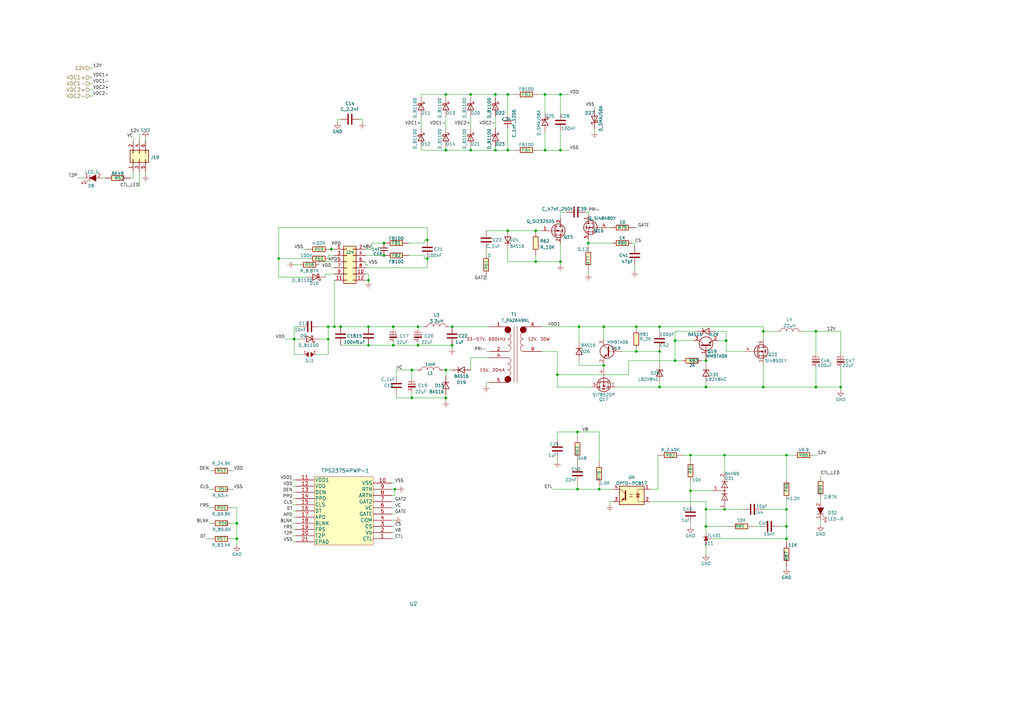
<source format=kicad_sch>
(kicad_sch (version 20211123) (generator eeschema)
  (paper "A3")
  (junction (at 229.87 61.595))
  (junction (at 229.87 107.315))
  (junction (at 236.855 177.165))
  (junction (at 322.58 220.98))
  (junction (at 229.87 38.735))
  (junction (at 260.985 144.145))
  (junction (at 193.04 38.735))
  (junction (at 260.985 133.985))
  (junction (at 322.58 186.69))
  (junction (at 97.155 220.98))
  (junction (at 297.18 208.915))
  (junction (at 193.04 61.595))
  (junction (at 157.48 99.695))
  (junction (at 334.645 135.89))
  (junction (at 120.65 139.065))
  (junction (at 247.65 149.86))
  (junction (at 203.2 38.735))
  (junction (at 161.925 200.66))
  (junction (at 270.51 133.985))
  (junction (at 270.51 144.145))
  (junction (at 182.88 61.595))
  (junction (at 137.16 133.985))
  (junction (at 322.58 208.915))
  (junction (at 157.48 104.775))
  (junction (at 245.745 200.66))
  (junction (at 151.13 141.605))
  (junction (at 161.29 133.985))
  (junction (at 297.815 139.7))
  (junction (at 289.56 215.9))
  (junction (at 241.3 99.695))
  (junction (at 168.91 151.765))
  (junction (at 219.71 107.315))
  (junction (at 182.88 151.765))
  (junction (at 182.88 163.195))
  (junction (at 276.86 147.955))
  (junction (at 134.62 139.065))
  (junction (at 168.91 163.195))
  (junction (at 289.56 147.955))
  (junction (at 289.56 158.75))
  (junction (at 223.52 38.735))
  (junction (at 182.88 38.735))
  (junction (at 322.58 215.9))
  (junction (at 185.42 133.985))
  (junction (at 208.28 94.615))
  (junction (at 151.13 133.985))
  (junction (at 161.29 141.605))
  (junction (at 313.055 135.89))
  (junction (at 276.86 139.7))
  (junction (at 344.805 158.75))
  (junction (at 134.62 133.985))
  (junction (at 185.42 141.605))
  (junction (at 114.3 106.045))
  (junction (at 236.855 200.66))
  (junction (at 283.21 201.295))
  (junction (at 334.645 158.75))
  (junction (at 171.45 141.605))
  (junction (at 283.21 186.69))
  (junction (at 175.26 98.425))
  (junction (at 228.6 153.67))
  (junction (at 223.52 61.595))
  (junction (at 270.51 158.75))
  (junction (at 151.13 114.935))
  (junction (at 97.155 214.63))
  (junction (at 313.055 158.75))
  (junction (at 219.71 94.615))
  (junction (at 247.65 133.985))
  (junction (at 171.45 133.985))
  (junction (at 175.26 106.045))
  (junction (at 139.7 133.985))
  (junction (at 237.49 133.985))
  (junction (at 208.28 38.735))
  (junction (at 135.89 102.235))
  (junction (at 289.56 208.915))
  (junction (at 203.2 61.595))
  (junction (at 297.18 186.69))
  (junction (at 208.28 61.595))
  (wire (pts (xy 149.86 102.235) (xy 152.4 102.235)))
  (wire (pts (xy 138.43 50.165) (xy 138.43 48.895)))
  (wire (pts (xy 149.86 109.855) (xy 175.26 109.855)))
  (wire (pts (xy 297.815 139.7) (xy 294.64 139.7)))
  (wire (pts (xy 245.745 177.165) (xy 236.855 177.165)))
  (wire (pts (xy 38.1 39.37) (xy 36.83 39.37)))
  (wire (pts (xy 297.18 186.69) (xy 322.58 186.69)))
  (wire (pts (xy 251.46 99.695) (xy 241.3 99.695)))
  (wire (pts (xy 185.42 141.605) (xy 185.42 142.875)))
  (wire (pts (xy 172.72 47.625) (xy 172.72 52.705)))
  (wire (pts (xy 120.65 139.065) (xy 120.65 145.415)))
  (wire (pts (xy 149.86 104.775) (xy 157.48 104.775)))
  (wire (pts (xy 228.6 180.34) (xy 228.6 177.165)))
  (wire (pts (xy 149.86 108.585) (xy 151.13 108.585)))
  (wire (pts (xy 54.61 73.025) (xy 53.34 73.025)))
  (wire (pts (xy 223.52 61.595) (xy 229.87 61.595)))
  (wire (pts (xy 245.745 189.23) (xy 245.745 177.165)))
  (wire (pts (xy 184.15 133.985) (xy 185.42 133.985)))
  (wire (pts (xy 292.1 220.98) (xy 322.58 220.98)))
  (wire (pts (xy 229.87 53.975) (xy 229.87 61.595)))
  (wire (pts (xy 208.28 52.705) (xy 208.28 61.595)))
  (wire (pts (xy 97.155 214.63) (xy 97.155 220.98)))
  (wire (pts (xy 260.35 99.695) (xy 259.08 99.695)))
  (wire (pts (xy 289.56 156.845) (xy 289.56 158.75)))
  (wire (pts (xy 229.87 89.535) (xy 229.87 86.995)))
  (wire (pts (xy 223.52 38.735) (xy 229.87 38.735)))
  (wire (pts (xy 86.995 193.04) (xy 85.725 193.04)))
  (wire (pts (xy 344.805 150.495) (xy 344.805 158.75)))
  (wire (pts (xy 172.72 38.735) (xy 182.88 38.735)))
  (wire (pts (xy 135.89 102.235) (xy 137.16 102.235)))
  (wire (pts (xy 135.89 100.965) (xy 135.89 102.235)))
  (wire (pts (xy 160.655 213.36) (xy 161.925 213.36)))
  (wire (pts (xy 152.4 99.695) (xy 152.4 102.235)))
  (wire (pts (xy 257.81 147.955) (xy 257.81 153.67)))
  (wire (pts (xy 114.3 106.045) (xy 127 106.045)))
  (wire (pts (xy 133.35 113.665) (xy 133.35 112.395)))
  (wire (pts (xy 175.26 109.855) (xy 175.26 106.045)))
  (wire (pts (xy 305.435 144.145) (xy 297.815 144.145)))
  (wire (pts (xy 57.15 70.485) (xy 57.15 76.835)))
  (wire (pts (xy 57.15 54.61) (xy 57.15 57.785)))
  (wire (pts (xy 203.2 47.625) (xy 203.2 52.705)))
  (wire (pts (xy 247.65 149.86) (xy 247.65 151.13)))
  (wire (pts (xy 38.1 31.75) (xy 36.83 31.75)))
  (wire (pts (xy 344.805 145.415) (xy 344.805 135.89)))
  (wire (pts (xy 313.055 135.89) (xy 318.77 135.89)))
  (wire (pts (xy 222.25 133.985) (xy 237.49 133.985)))
  (wire (pts (xy 149.86 107.315) (xy 149.86 108.585)))
  (wire (pts (xy 247.65 133.985) (xy 260.985 133.985)))
  (wire (pts (xy 162.56 161.925) (xy 162.56 163.195)))
  (wire (pts (xy 114.3 106.045) (xy 114.3 93.345)))
  (wire (pts (xy 229.87 61.595) (xy 233.68 61.595)))
  (wire (pts (xy 270.51 133.985) (xy 313.055 133.985)))
  (wire (pts (xy 129.54 145.415) (xy 134.62 145.415)))
  (wire (pts (xy 54.61 56.515) (xy 54.61 57.785)))
  (wire (pts (xy 171.45 140.335) (xy 171.45 141.605)))
  (wire (pts (xy 151.13 112.395) (xy 151.13 114.935)))
  (wire (pts (xy 193.04 60.325) (xy 193.04 61.595)))
  (wire (pts (xy 161.925 198.12) (xy 160.655 198.12)))
  (wire (pts (xy 252.73 158.75) (xy 270.51 158.75)))
  (wire (pts (xy 250.19 93.345) (xy 248.92 93.345)))
  (wire (pts (xy 289.56 205.74) (xy 289.56 208.915)))
  (wire (pts (xy 243.84 52.705) (xy 243.84 53.975)))
  (wire (pts (xy 182.88 151.765) (xy 185.42 151.765)))
  (wire (pts (xy 270.51 144.145) (xy 270.51 149.225)))
  (wire (pts (xy 43.18 73.025) (xy 41.91 73.025)))
  (wire (pts (xy 130.81 139.065) (xy 134.62 139.065)))
  (wire (pts (xy 121.285 196.85) (xy 120.015 196.85)))
  (wire (pts (xy 120.65 133.985) (xy 123.19 133.985)))
  (wire (pts (xy 134.62 133.985) (xy 137.16 133.985)))
  (wire (pts (xy 162.56 163.195) (xy 168.91 163.195)))
  (wire (pts (xy 161.29 141.605) (xy 151.13 141.605)))
  (wire (pts (xy 38.1 36.83) (xy 36.83 36.83)))
  (wire (pts (xy 130.81 133.985) (xy 134.62 133.985)))
  (wire (pts (xy 85.725 200.66) (xy 86.995 200.66)))
  (wire (pts (xy 289.56 218.44) (xy 289.56 215.9)))
  (wire (pts (xy 260.985 133.985) (xy 270.51 133.985)))
  (wire (pts (xy 171.45 133.985) (xy 173.99 133.985)))
  (wire (pts (xy 161.925 218.44) (xy 160.655 218.44)))
  (wire (pts (xy 219.71 94.615) (xy 222.25 94.615)))
  (wire (pts (xy 336.55 194.945) (xy 336.55 196.215)))
  (wire (pts (xy 270.51 135.89) (xy 270.51 133.985)))
  (wire (pts (xy 151.13 114.935) (xy 151.13 115.57)))
  (wire (pts (xy 336.55 213.36) (xy 336.55 215.265)))
  (wire (pts (xy 283.21 198.12) (xy 283.21 201.295)))
  (wire (pts (xy 210.82 38.735) (xy 208.28 38.735)))
  (wire (pts (xy 134.62 106.045) (xy 134.62 104.775)))
  (wire (pts (xy 160.655 200.66) (xy 161.925 200.66)))
  (wire (pts (xy 123.19 139.065) (xy 120.65 139.065)))
  (wire (pts (xy 287.655 147.955) (xy 289.56 147.955)))
  (wire (pts (xy 161.925 205.74) (xy 160.655 205.74)))
  (wire (pts (xy 172.72 61.595) (xy 182.88 61.595)))
  (wire (pts (xy 168.91 151.765) (xy 168.91 155.575)))
  (wire (pts (xy 54.61 70.485) (xy 54.61 73.025)))
  (wire (pts (xy 199.39 156.845) (xy 200.66 156.845)))
  (wire (pts (xy 59.69 70.485) (xy 59.69 71.755)))
  (wire (pts (xy 199.39 113.665) (xy 199.39 114.935)))
  (wire (pts (xy 241.3 86.995) (xy 241.3 88.265)))
  (wire (pts (xy 210.82 61.595) (xy 208.28 61.595)))
  (wire (pts (xy 255.27 144.145) (xy 260.985 144.145)))
  (wire (pts (xy 124.46 102.235) (xy 125.73 102.235)))
  (wire (pts (xy 147.32 48.895) (xy 148.59 48.895)))
  (wire (pts (xy 162.56 154.305) (xy 162.56 151.765)))
  (wire (pts (xy 161.925 203.2) (xy 161.925 200.66)))
  (wire (pts (xy 121.285 222.25) (xy 120.015 222.25)))
  (wire (pts (xy 344.805 135.89) (xy 334.645 135.89)))
  (wire (pts (xy 161.29 133.985) (xy 151.13 133.985)))
  (wire (pts (xy 121.285 201.93) (xy 120.015 201.93)))
  (wire (pts (xy 229.87 38.735) (xy 229.87 46.355)))
  (wire (pts (xy 173.99 106.045) (xy 175.26 106.045)))
  (wire (pts (xy 173.99 99.695) (xy 173.99 98.425)))
  (wire (pts (xy 220.98 61.595) (xy 223.52 61.595)))
  (wire (pts (xy 260.35 100.965) (xy 260.35 99.695)))
  (wire (pts (xy 199.39 102.235) (xy 199.39 103.505)))
  (wire (pts (xy 297.815 135.89) (xy 297.815 139.7)))
  (wire (pts (xy 219.71 107.315) (xy 219.71 104.775)))
  (wire (pts (xy 94.615 214.63) (xy 97.155 214.63)))
  (wire (pts (xy 133.35 112.395) (xy 137.16 112.395)))
  (wire (pts (xy 297.18 186.69) (xy 283.21 186.69)))
  (wire (pts (xy 236.855 198.12) (xy 236.855 200.66)))
  (wire (pts (xy 173.99 98.425) (xy 175.26 98.425)))
  (wire (pts (xy 137.16 114.935) (xy 137.16 133.985)))
  (wire (pts (xy 120.015 199.39) (xy 121.285 199.39)))
  (wire (pts (xy 260.985 144.145) (xy 260.985 142.875)))
  (wire (pts (xy 120.015 204.47) (xy 121.285 204.47)))
  (wire (pts (xy 38.1 27.94) (xy 36.83 27.94)))
  (wire (pts (xy 334.645 158.75) (xy 344.805 158.75)))
  (wire (pts (xy 236.855 200.66) (xy 245.745 200.66)))
  (wire (pts (xy 120.015 209.55) (xy 121.285 209.55)))
  (wire (pts (xy 114.3 113.665) (xy 114.3 106.045)))
  (wire (pts (xy 313.055 133.985) (xy 313.055 135.89)))
  (wire (pts (xy 134.62 139.065) (xy 134.62 145.415)))
  (wire (pts (xy 228.6 153.67) (xy 257.81 153.67)))
  (wire (pts (xy 261.62 93.345) (xy 260.35 93.345)))
  (wire (pts (xy 116.84 139.065) (xy 120.65 139.065)))
  (wire (pts (xy 241.3 111.125) (xy 241.3 112.395)))
  (wire (pts (xy 161.925 210.82) (xy 160.655 210.82)))
  (wire (pts (xy 228.6 153.67) (xy 228.6 158.75)))
  (wire (pts (xy 97.155 220.98) (xy 97.155 223.52)))
  (wire (pts (xy 222.25 144.145) (xy 228.6 144.145)))
  (wire (pts (xy 114.3 93.345) (xy 175.26 93.345)))
  (wire (pts (xy 260.985 135.255) (xy 260.985 133.985)))
  (wire (pts (xy 285.75 135.89) (xy 276.86 135.89)))
  (wire (pts (xy 193.04 38.735) (xy 182.88 38.735)))
  (wire (pts (xy 322.58 204.47) (xy 322.58 208.915)))
  (wire (pts (xy 247.65 149.225) (xy 247.65 149.86)))
  (wire (pts (xy 297.815 144.145) (xy 297.815 139.7)))
  (wire (pts (xy 171.45 141.605) (xy 161.29 141.605)))
  (wire (pts (xy 229.87 107.315) (xy 229.87 108.585)))
  (wire (pts (xy 297.18 208.915) (xy 304.8 208.915)))
  (wire (pts (xy 160.655 203.2) (xy 161.925 203.2)))
  (wire (pts (xy 309.245 215.9) (xy 311.785 215.9)))
  (wire (pts (xy 208.28 61.595) (xy 203.2 61.595)))
  (wire (pts (xy 313.055 158.75) (xy 334.645 158.75)))
  (wire (pts (xy 260.985 144.145) (xy 270.51 144.145)))
  (wire (pts (xy 208.28 94.615) (xy 219.71 94.615)))
  (wire (pts (xy 38.1 34.29) (xy 36.83 34.29)))
  (wire (pts (xy 121.285 217.17) (xy 120.015 217.17)))
  (wire (pts (xy 137.16 133.985) (xy 139.7 133.985)))
  (wire (pts (xy 228.6 158.75) (xy 242.57 158.75)))
  (wire (pts (xy 297.18 193.675) (xy 297.18 186.69)))
  (wire (pts (xy 241.3 98.425) (xy 241.3 99.695)))
  (wire (pts (xy 130.81 108.585) (xy 130.81 107.315)))
  (wire (pts (xy 280.035 147.955) (xy 276.86 147.955)))
  (wire (pts (xy 243.84 43.815) (xy 243.84 45.085)))
  (wire (pts (xy 203.2 60.325) (xy 203.2 61.595)))
  (wire (pts (xy 289.56 208.915) (xy 297.18 208.915)))
  (wire (pts (xy 322.58 215.9) (xy 322.58 220.98)))
  (wire (pts (xy 130.81 107.315) (xy 137.16 107.315)))
  (wire (pts (xy 173.99 104.775) (xy 173.99 106.045)))
  (wire (pts (xy 229.87 99.695) (xy 229.87 107.315)))
  (wire (pts (xy 245.745 199.39) (xy 245.745 200.66)))
  (wire (pts (xy 289.56 215.9) (xy 289.56 208.915)))
  (wire (pts (xy 168.91 163.195) (xy 182.88 163.195)))
  (wire (pts (xy 167.64 99.695) (xy 173.99 99.695)))
  (wire (pts (xy 322.58 220.98) (xy 322.58 222.25)))
  (wire (pts (xy 193.04 151.765) (xy 193.04 146.685)))
  (wire (pts (xy 182.88 161.925) (xy 182.88 163.195)))
  (wire (pts (xy 139.7 133.985) (xy 151.13 133.985)))
  (wire (pts (xy 260.35 108.585) (xy 260.35 111.125)))
  (wire (pts (xy 333.375 186.69) (xy 335.28 186.69)))
  (wire (pts (xy 241.3 99.695) (xy 241.3 100.965)))
  (wire (pts (xy 313.055 158.75) (xy 289.56 158.75)))
  (wire (pts (xy 182.88 61.595) (xy 182.88 60.325)))
  (wire (pts (xy 229.87 86.995) (xy 232.41 86.995)))
  (wire (pts (xy 182.88 38.735) (xy 182.88 40.005)))
  (wire (pts (xy 276.86 147.955) (xy 257.81 147.955)))
  (wire (pts (xy 171.45 135.255) (xy 171.45 133.985)))
  (wire (pts (xy 344.805 158.75) (xy 344.805 160.02)))
  (wire (pts (xy 283.21 201.295) (xy 283.21 207.01)))
  (wire (pts (xy 208.28 107.315) (xy 219.71 107.315)))
  (wire (pts (xy 193.04 47.625) (xy 193.04 52.705)))
  (wire (pts (xy 120.65 139.065) (xy 120.65 133.985)))
  (wire (pts (xy 152.4 99.695) (xy 157.48 99.695)))
  (wire (pts (xy 293.37 135.89) (xy 297.815 135.89)))
  (wire (pts (xy 228.6 144.145) (xy 228.6 153.67)))
  (wire (pts (xy 181.61 151.765) (xy 182.88 151.765)))
  (wire (pts (xy 283.21 201.295) (xy 292.1 201.295)))
  (wire (pts (xy 247.65 133.985) (xy 247.65 139.065)))
  (wire (pts (xy 237.49 149.86) (xy 247.65 149.86)))
  (wire (pts (xy 334.645 150.495) (xy 334.645 158.75)))
  (wire (pts (xy 120.65 108.585) (xy 123.19 108.585)))
  (wire (pts (xy 203.2 40.005) (xy 203.2 38.735)))
  (wire (pts (xy 135.89 109.855) (xy 137.16 109.855)))
  (wire (pts (xy 94.615 208.28) (xy 97.155 208.28)))
  (wire (pts (xy 220.98 38.735) (xy 223.52 38.735)))
  (wire (pts (xy 236.855 177.165) (xy 236.855 179.07)))
  (wire (pts (xy 322.58 186.69) (xy 322.58 196.85)))
  (wire (pts (xy 59.69 56.515) (xy 59.69 57.785)))
  (wire (pts (xy 148.59 48.895) (xy 148.59 50.165)))
  (wire (pts (xy 313.055 135.89) (xy 313.055 139.065)))
  (wire (pts (xy 172.72 40.005) (xy 172.72 38.735)))
  (wire (pts (xy 121.285 207.01) (xy 120.015 207.01)))
  (wire (pts (xy 289.56 147.955) (xy 289.56 149.225)))
  (wire (pts (xy 167.64 104.775) (xy 173.99 104.775)))
  (wire (pts (xy 283.21 214.63) (xy 283.21 215.9)))
  (wire (pts (xy 193.04 61.595) (xy 182.88 61.595)))
  (wire (pts (xy 138.43 48.895) (xy 139.7 48.895)))
  (wire (pts (xy 245.745 200.66) (xy 251.46 200.66)))
  (wire (pts (xy 97.155 208.28) (xy 97.155 214.63)))
  (wire (pts (xy 228.6 177.165) (xy 236.855 177.165)))
  (wire (pts (xy 84.455 220.98) (xy 86.995 220.98)))
  (wire (pts (xy 284.48 139.7) (xy 276.86 139.7)))
  (wire (pts (xy 289.56 158.75) (xy 270.51 158.75)))
  (wire (pts (xy 219.71 107.315) (xy 229.87 107.315)))
  (wire (pts (xy 226.695 200.66) (xy 236.855 200.66)))
  (wire (pts (xy 94.615 200.66) (xy 95.885 200.66)))
  (wire (pts (xy 85.725 214.63) (xy 86.995 214.63)))
  (wire (pts (xy 199.39 158.115) (xy 199.39 156.845)))
  (wire (pts (xy 171.45 133.985) (xy 161.29 133.985)))
  (wire (pts (xy 283.21 187.96) (xy 283.21 186.69)))
  (wire (pts (xy 121.285 212.09) (xy 120.015 212.09)))
  (wire (pts (xy 139.7 141.605) (xy 151.13 141.605)))
  (wire (pts (xy 289.56 147.32) (xy 289.56 147.955)))
  (wire (pts (xy 228.6 187.96) (xy 228.6 189.23)))
  (wire (pts (xy 237.49 147.955) (xy 237.49 149.86)))
  (wire (pts (xy 334.645 145.415) (xy 334.645 135.89)))
  (wire (pts (xy 162.56 151.765) (xy 168.91 151.765)))
  (wire (pts (xy 229.87 38.735) (xy 233.68 38.735)))
  (wire (pts (xy 171.45 141.605) (xy 185.42 141.605)))
  (wire (pts (xy 223.52 38.735) (xy 223.52 46.355)))
  (wire (pts (xy 269.875 200.66) (xy 269.875 186.69)))
  (wire (pts (xy 161.925 220.98) (xy 160.655 220.98)))
  (wire (pts (xy 161.925 200.66) (xy 163.195 200.66)))
  (wire (pts (xy 168.91 160.655) (xy 168.91 163.195)))
  (wire (pts (xy 134.62 133.985) (xy 134.62 139.065)))
  (wire (pts (xy 175.26 93.345) (xy 175.26 98.425)))
  (wire (pts (xy 168.91 151.765) (xy 171.45 151.765)))
  (wire (pts (xy 34.29 73.025) (xy 31.75 73.025)))
  (wire (pts (xy 193.04 146.685) (xy 200.66 146.685)))
  (wire (pts (xy 95.885 193.04) (xy 94.615 193.04)))
  (wire (pts (xy 161.925 215.9) (xy 160.655 215.9)))
  (wire (pts (xy 94.615 220.98) (xy 97.155 220.98)))
  (wire (pts (xy 312.42 208.915) (xy 322.58 208.915)))
  (wire (pts (xy 313.055 149.225) (xy 313.055 158.75)))
  (wire (pts (xy 336.55 203.835) (xy 336.55 205.74)))
  (wire (pts (xy 161.29 133.985) (xy 161.29 135.255)))
  (wire (pts (xy 322.58 215.9) (xy 319.405 215.9)))
  (wire (pts (xy 240.03 86.995) (xy 241.3 86.995)))
  (wire (pts (xy 270.51 143.51) (xy 270.51 144.145)))
  (wire (pts (xy 172.72 60.325) (xy 172.72 61.595)))
  (wire (pts (xy 208.28 38.735) (xy 203.2 38.735)))
  (wire (pts (xy 322.58 186.69) (xy 325.755 186.69)))
  (wire (pts (xy 120.015 214.63) (xy 121.285 214.63)))
  (wire (pts (xy 289.56 215.9) (xy 299.085 215.9)))
  (wire (pts (xy 86.995 208.28) (xy 85.725 208.28)))
  (wire (pts (xy 208.28 38.735) (xy 208.28 47.625)))
  (wire (pts (xy 283.21 186.69) (xy 280.035 186.69)))
  (wire (pts (xy 114.3 113.665) (xy 125.73 113.665)))
  (wire (pts (xy 134.62 104.775) (xy 137.16 104.775)))
  (wire (pts (xy 250.19 207.01) (xy 250.19 205.74)))
  (wire (pts (xy 199.39 94.615) (xy 208.28 94.615)))
  (wire (pts (xy 289.56 223.52) (xy 289.56 227.33)))
  (wire (pts (xy 322.58 232.41) (xy 322.58 233.045)))
  (wire (pts (xy 182.88 47.625) (xy 182.88 52.705)))
  (wire (pts (xy 276.86 135.89) (xy 276.86 139.7)))
  (wire (pts (xy 149.86 114.935) (xy 151.13 114.935)))
  (wire (pts (xy 120.015 219.71) (xy 121.285 219.71)))
  (wire (pts (xy 203.2 61.595) (xy 193.04 61.595)))
  (wire (pts (xy 149.86 112.395) (xy 151.13 112.395)))
  (wire (pts (xy 322.58 208.915) (xy 322.58 215.9)))
  (wire (pts (xy 182.88 154.305) (xy 182.88 151.765)))
  (wire (pts (xy 160.655 208.28) (xy 161.925 208.28)))
  (wire (pts (xy 203.2 38.735) (xy 193.04 38.735)))
  (wire (pts (xy 208.28 102.235) (xy 208.28 107.315)))
  (wire (pts (xy 266.7 205.74) (xy 289.56 205.74)))
  (wire (pts (xy 270.51 158.75) (xy 270.51 156.845)))
  (wire (pts (xy 237.49 133.985) (xy 237.49 140.335)))
  (wire (pts (xy 328.93 135.89) (xy 334.645 135.89)))
  (wire (pts (xy 185.42 133.985) (xy 200.66 133.985)))
  (wire (pts (xy 193.04 40.005) (xy 193.04 38.735)))
  (wire (pts (xy 120.65 145.415) (xy 124.46 145.415)))
  (wire (pts (xy 266.7 200.66) (xy 269.875 200.66)))
  (wire (pts (xy 276.86 139.7) (xy 276.86 147.955)))
  (wire (pts (xy 223.52 53.975) (xy 223.52 61.595)))
  (wire (pts (xy 250.19 205.74) (xy 251.46 205.74)))
  (wire (pts (xy 237.49 133.985) (xy 247.65 133.985)))
  (wire (pts (xy 236.855 189.23) (xy 236.855 190.5)))
  (wire (pts (xy 161.29 140.335) (xy 161.29 141.605)))
  (wire (pts (xy 182.88 163.195) (xy 182.88 164.465)))
  (wire (pts (xy 199.39 144.145) (xy 200.66 144.145)))
  (label "CTL_LED" (at 336.55 194.945 0))
  (label "GAT2" (at 161.925 205.74 0))
  (label "VDC1-" (at 182.88 51.435 180))
  (label "VDC1-" (at 38.1 34.29 0))
  (label "BLNK" (at 85.725 214.63 180))
  (label "FRS" (at 120.015 217.17 180))
  (label "VSS" (at 95.885 200.66 0))
  (label "CTL" (at 226.695 200.66 180))
  (label "VDD" (at 120.015 199.39 180))
  (label "DT" (at 120.015 209.55 180))
  (label "VDD" (at 95.885 193.04 0))
  (label "48V" (at 152.4 102.235 180))
  (label "VSS" (at 161.925 198.12 0))
  (label "GATE" (at 161.925 210.82 0))
  (label "T2P" (at 31.75 73.025 180))
  (label "VSS" (at 124.46 102.235 180))
  (label "VDC2+" (at 193.04 51.435 180))
  (label "GATE" (at 261.62 93.345 0))
  (label "VB" (at 161.925 218.44 0))
  (label "VSS" (at 243.84 43.815 180))
  (label "BLNK" (at 120.015 214.63 180))
  (label "VDD1" (at 120.015 196.85 180))
  (label "VSS" (at 120.015 222.25 180))
  (label "DEN" (at 120.015 201.93 180))
  (label "CS" (at 161.925 215.9 0))
  (label "12V" (at 339.09 135.89 0))
  (label "VC" (at 161.925 208.28 0))
  (label "VDC2-" (at 38.1 39.37 0))
  (label "VDD" (at 233.68 38.735 0))
  (label "VDC1+" (at 38.1 31.75 0))
  (label "CS" (at 260.35 99.695 0))
  (label "VDC2+" (at 38.1 36.83 0))
  (label "12V" (at 335.28 186.69 0))
  (label "PRI-" (at 199.39 144.145 180))
  (label "VC" (at 165.1 151.765 180))
  (label "VSS" (at 233.68 61.595 0))
  (label "CTL_LED" (at 57.15 76.835 180))
  (label "APD" (at 134.62 107.315 0))
  (label "CLS" (at 85.725 200.66 180))
  (label "FRS" (at 85.725 208.28 180))
  (label "APD" (at 120.015 212.09 180))
  (label "CTL" (at 161.925 220.98 0))
  (label "VDC2-" (at 203.2 51.435 180))
  (label "VDD" (at 116.84 139.065 180))
  (label "T2P" (at 120.015 219.71 180))
  (label "12V" (at 38.1 27.94 0))
  (label "VDC1+" (at 172.72 51.435 180))
  (label "DEN" (at 85.725 193.04 180))
  (label "PRI-" (at 241.3 86.995 0))
  (label "GAT2" (at 199.39 114.935 180))
  (label "CLS" (at 120.015 207.01 180))
  (label "12V" (at 57.15 54.61 180))
  (label "VB" (at 241.3 177.165 180))
  (label "VDD" (at 135.89 109.855 180))
  (label "PPD" (at 120.015 204.47 180))
  (label "VSS" (at 151.13 108.585 0))
  (label "VDD1" (at 224.79 133.985 0))
  (label "PPD" (at 135.89 100.965 0))
  (label "DT" (at 84.455 220.98 180))
  (label "VC" (at 54.61 56.515 180))
  (hierarchical_label "VDC1+" (shape input) (at 36.83 31.75 180) (effects (font (size 1.524 1.524))))
  (hierarchical_label "VDC1-" (shape input) (at 36.83 34.29 180) (effects (font (size 1.524 1.524))))
  (hierarchical_label "VDC2-" (shape input) (at 36.83 39.37 180) (effects (font (size 1.524 1.524))))
  (hierarchical_label "VDC2+" (shape input) (at 36.83 36.83 180) (effects (font (size 1.524 1.524))))
  (hierarchical_label "12V" (shape input) (at 36.83 27.94 180) (effects (font (size 1.524 1.524))))
  (symbol (lib_id "Open Automation:C_22uF_100V") (at 168.91 158.115 0) (unit 1)
    (property "Reference" "C19" (at 171.45 158.115 0) (effects (justify left)))
    (property "Value" "22uF" (at 170.18 160.655 0) (effects (justify left)))
    (property "Footprint" "Capacitor_SMD:C_Elec_8x10.2" (effects hide))
    (property "Datasheet" "https://datasheet.lcsc.com/lcsc/2010160933_ROQANG-RVT2A220M0810_C90264.pdf" (effects hide))
    (property "Part Number" "RVT2A220M0810" (effects hide))
    (property "LCSC" "C90264" (effects hide))
  )
  (symbol (lib_id "Open Automation:BAS16") (at 237.49 144.145 270) (unit 1)
    (property "Reference" "D26" (at 240.03 144.145 90))
    (property "Value" "BAS16" (at 241.3 141.605 90))
    (property "Footprint" "Package_TO_SOT_SMD:SOT-23" (effects hide))
    (property "Datasheet" "https://datasheet.lcsc.com/lcsc/1810292111_LRC-LBAS16LT1G_C78887.pdf" (effects hide))
    (property "Part Number" "LBAS16LT1G" (effects hide))
    (property "LCSC" "C78887" (effects hide))
  )
  (symbol (lib_id "Open Automation:T_PA2649NL") (at 210.82 145.415 0) (unit 1)
    (property "Reference" "T1" (at 210.82 128.905 0))
    (property "Value" "T_PA2649NL" (at 211.455 131.445 0))
    (property "Footprint" "Open_Automation:T_PA2649NL" (effects hide))
    (property "Datasheet" "https://productfinder.pulseeng.com/products/datasheets/P675.pdf" (effects hide))
    (property "Part Number" "PA2649NL" (effects hide))
  )
  (symbol (lib_id "Open Automation:R_41.2K") (at 322.58 200.66 0) (unit 1)
    (property "Reference" "R86" (at 322.58 201.93 90) (effects (justify left)))
    (property "Value" "41.2K" (at 322.58 204.47 0) (effects (justify left)))
    (property "Footprint" "Resistor_SMD:R_0402_1005Metric_Pad0.72x0.64mm_HandSolder" (effects hide))
    (property "Datasheet" "https://datasheet.lcsc.com/szlcsc/Uniroyal-Elec-0402WGF4122TCE_C26978.pdf" (effects hide))
    (property "Part Number" "0402WGF4122TCE" (effects hide))
    (property "LCSC" "C26978" (effects hide))
  )
  (symbol (lib_id "Open Automation:R_11K") (at 322.58 227.33 90) (unit 1)
    (property "Reference" "R87" (at 322.58 226.06 0) (effects (justify right)))
    (property "Value" "11K" (at 323.215 223.52 90) (effects (justify right)))
    (property "Footprint" "Resistor_SMD:R_0603_1608Metric" (effects hide))
    (property "Datasheet" "https://datasheet.lcsc.com/lcsc/2110260130_UNI-ROYAL-Uniroyal-Elec-0603WAF1102T5E_C25950.pdf" (effects hide))
    (property "Part Number" "0603WAF1102T5E" (effects hide))
    (property "LCSC" "C25950" (effects hide))
  )
  (symbol (lib_id "Open Automation:R_2.87K") (at 337.185 200.66 90) (unit 1)
    (property "Reference" "R89" (at 336.55 198.755 0) (effects (justify right)))
    (property "Value" "2.87K" (at 337.82 203.835 90) (effects (justify right)))
    (property "Footprint" "Resistor_SMD:R_0402_1005Metric" (effects hide))
    (property "Datasheet" "https://datasheet.lcsc.com/lcsc/2110260430_UNI-ROYAL-Uniroyal-Elec-0402WGF2871TCE_C113479.pdf" (effects hide))
    (property "Part Number" "0402WGF2871TCE" (effects hide))
    (property "LCSC" "C113479" (effects hide))
  )
  (symbol (lib_id "Open Automation:D_B1100") (at 172.72 56.515 270) (unit 1)
    (property "Reference" "D12" (at 172.72 59.055 90) (effects (justify left)))
    (property "Value" "D_B1100" (at 170.18 52.705 0) (effects (justify left)))
    (property "Footprint" "Diode_SMD:D_SMA" (effects hide))
    (property "Datasheet" "https://datasheet.lcsc.com/lcsc/1809191914_Diodes-Incorporated-B1100-13-F_C110106.pdf" (effects hide))
    (property "Part Number" "B1100-13-F" (effects hide))
    (property "LCSC" "C110106" (effects hide))
  )
  (symbol (lib_id "Open Automation:Q_SI7852DP") (at 247.65 156.21 90) (mirror x) (unit 1)
    (property "Reference" "Q17" (at 247.65 163.83 90))
    (property "Value" "SI7852DP" (at 247.65 161.925 90))
    (property "Footprint" "Package_SO:PowerPAK_SO-8_Single" (effects hide))
    (property "Datasheet" "https://datasheet.lcsc.com/lcsc/1804140024_Vishay-Intertech-SI7852DP-T1-E3_C141509.pdf" (effects hide))
    (property "Part Number" "SI7852DP-T1-E3" (effects hide))
    (property "LCSC" "C141509" (effects hide))
  )
  (symbol (lib_id "Open Automation:C_22nF") (at 236.855 194.31 0) (unit 1)
    (property "Reference" "C40" (at 234.315 192.405 0) (effects (justify left)))
    (property "Value" "22nF" (at 231.775 196.85 0) (effects (justify left)))
    (property "Footprint" "Capacitor_SMD:C_0402_1005Metric" (effects hide))
    (property "Datasheet" "https://datasheet.lcsc.com/lcsc/1811101610_Samsung-Electro-Mechanics-CL10B223KB8NNNC_C21122.pdf" (effects hide))
    (property "LCSC" "C21122" (effects hide))
    (property "Part Number" "CL10B223KB8NNNC" (effects hide))
  )
  (symbol (lib_id "Open Automation:C_100nF_1206") (at 175.26 102.235 0) (unit 1)
    (property "Reference" "C21" (at 177.8 102.235 0) (effects (justify left)))
    (property "Value" "100nF" (at 175.26 104.775 0) (effects (justify left)))
    (property "Footprint" "Capacitor_SMD:C_1206_3216Metric_Pad1.33x1.80mm_HandSolder" (effects hide))
    (property "Datasheet" "https://datasheet.lcsc.com/szlcsc/Samsung-Electro-Mechanics-CL31B104KCFNNNE_C1945.pdf" (effects hide))
    (property "LCSC" "C1945" (effects hide))
    (property "Part Number" "CL31B104KCFNNNE" (effects hide))
  )
  (symbol (lib_id "Open Automation:C_1nF_1206") (at 208.28 50.165 0) (unit 1)
    (property "Reference" "C24" (at 205.74 48.895 0) (effects (justify left)))
    (property "Value" "C_1nF_1206" (at 210.82 56.515 90) (effects (justify left)))
    (property "Footprint" "Capacitor_SMD:C_1206_3216Metric_Pad1.33x1.80mm_HandSolder" (effects hide))
    (property "Datasheet" "https://datasheet.lcsc.com/szlcsc/YAGEO-CC1206KKX7RDBB102_C23631.pdf" (effects hide))
    (property "Part Number" "CC1206KKX7RDBB102" (effects hide))
    (property "LCSC" "C23631" (effects hide))
  )
  (symbol (lib_id "Open Automation:Q_MMBTA06") (at 248.92 144.145 0) (mirror y) (unit 1)
    (property "Reference" "Q18" (at 254.635 142.875 0) (effects (justify left)))
    (property "Value" "MMBTA06" (at 257.81 140.335 0) (effects (justify left)))
    (property "Footprint" "Package_TO_SOT_SMD:SOT-23" (effects hide))
    (property "Datasheet" "https://datasheet.lcsc.com/lcsc/1810301518_onsemi-MMBTA06LT1G_C77760.pdf" (effects hide))
    (property "Part Number" "MMBTA06LT1G" (effects hide))
    (property "LCSC" "C77760" (effects hide))
  )
  (symbol (lib_id "Open Automation:Q_MMBTA06") (at 289.56 140.97 90) (unit 1)
    (property "Reference" "Q19" (at 294.005 144.145 90) (effects (justify left)))
    (property "Value" "MMBTA06" (at 298.45 146.05 90) (effects (justify left)))
    (property "Footprint" "Package_TO_SOT_SMD:SOT-23" (effects hide))
    (property "Datasheet" "https://datasheet.lcsc.com/lcsc/1810301518_onsemi-MMBTA06LT1G_C77760.pdf" (effects hide))
    (property "Part Number" "MMBTA06LT1G" (effects hide))
    (property "LCSC" "C77760" (effects hide))
  )
  (symbol (lib_id "power:Earth") (at 199.39 158.115 0) (unit 1)
    (property "Reference" "#PWR0144" (effects hide))
    (property "Value" "Earth" (effects hide))
  )
  (symbol (lib_id "Open Automation:D_B1100") (at 182.88 43.815 270) (unit 1)
    (property "Reference" "D13" (at 182.88 46.355 90) (effects (justify left)))
    (property "Value" "D_B1100" (at 180.34 40.005 0) (effects (justify left)))
    (property "Footprint" "Diode_SMD:D_SMA" (effects hide))
    (property "Datasheet" "https://datasheet.lcsc.com/lcsc/1809191914_Diodes-Incorporated-B1100-13-F_C110106.pdf" (effects hide))
    (property "Part Number" "B1100-13-F" (effects hide))
    (property "LCSC" "C110106" (effects hide))
  )
  (symbol (lib_id "Open Automation:C_100pF") (at 270.51 139.7 0) (unit 1)
    (property "Reference" "C42" (at 270.51 141.605 0) (effects (justify left)))
    (property "Value" "100pF" (at 270.51 137.16 0) (effects (justify left)))
    (property "Footprint" "Capacitor_SMD:C_0402_1005Metric_Pad0.74x0.62mm_HandSolder" (effects hide))
    (property "Datasheet" "https://datasheet.lcsc.com/szlcsc/Guangdong-Fenghua-Advanced-Tech-0402CG101J500NT_C1546.pdf" (effects hide))
    (property "Part Number" "0402CG101J500NT" (effects hide))
    (property "LCSC" "C1546" (effects hide))
  )
  (symbol (lib_id "Open Automation:L_1mH") (at 176.53 151.765 0) (unit 1)
    (property "Reference" "L1" (at 176.53 153.035 0))
    (property "Value" "1mH" (at 176.53 149.4591 0))
    (property "Footprint" "Inductor_SMD:L_Taiyo-Yuden_NR-80xx_HandSoldering" (effects hide))
    (property "Datasheet" "https://datasheet.lcsc.com/lcsc/2006231717_YJYCOIN-YNR8040-102M_C341088.pdf" (effects hide))
    (property "Part Number" "YNR8040-102M" (effects hide))
    (property "LCSC" "C341088" (effects hide))
  )
  (symbol (lib_id "Open Automation:R_2K") (at 283.21 147.32 180) (unit 1)
    (property "Reference" "R83" (at 282.575 147.955 0) (effects (justify right)))
    (property "Value" "2K" (at 282.575 149.86 0) (effects (justify right)))
    (property "Footprint" "Resistor_SMD:R_1206_3216Metric" (effects hide))
    (property "Datasheet" "https://datasheet.lcsc.com/lcsc/2110251930_UNI-ROYAL-Uniroyal-Elec-1206W4F2001T5E_C17944.pdf" (effects hide))
    (property "Part Number" "1206W4F2001T5E" (effects hide))
    (property "LCSC" "C17944" (effects hide))
  )
  (symbol (lib_id "Open Automation:R_1K_0402") (at 255.27 99.695 270) (mirror x) (unit 1)
    (property "Reference" "R80" (at 255.27 99.695 90))
    (property "Value" "1K" (at 255.27 97.5161 90))
    (property "Footprint" "Resistor_SMD:R_0402_1005Metric_Pad0.72x0.64mm_HandSolder" (effects hide))
    (property "Datasheet" "https://www.digikey.com/product-detail/en/panasonic-electronic-components/ERJ-3GEYJ102V/P1.0KGDKR-ND/577615" (effects hide))
    (property "Part Number" "0402WGF1001TCE" (effects hide))
    (property "LCSC" "C11702" (effects hide))
  )
  (symbol (lib_id "Open Automation:R_6K49_0402") (at 48.26 73.025 270) (unit 1)
    (property "Reference" "R52" (at 46.99 73.025 90) (effects (justify left)))
    (property "Value" "6K49" (at 45.72 71.12 90) (effects (justify left)))
    (property "Footprint" "Resistor_SMD:R_0402_1005Metric_Pad0.72x0.64mm_HandSolder" (effects hide))
    (property "Datasheet" "https://datasheet.lcsc.com/lcsc/2110260130_UNI-ROYAL-Uniroyal-Elec-0402WGF6491TCE_C25916.pdf" (effects hide))
    (property "Part Number" "0402WGF1002TCE" (effects hide))
    (property "LCSC" "C25916" (effects hide))
  )
  (symbol (lib_id "Open Automation:R_348") (at 236.855 184.15 90) (unit 1)
    (property "Reference" "R63" (at 236.855 182.88 0) (effects (justify right)))
    (property "Value" "348" (at 236.855 187.96 90) (effects (justify right)))
    (property "Footprint" "Resistor_SMD:R_0402_1005Metric" (effects hide))
    (property "Datasheet" "https://datasheet.lcsc.com/lcsc/2110260030_UNI-ROYAL-Uniroyal-Elec-0402WGF1501TCE_C25867.pdf" (effects hide))
    (property "Part Number" "0402WGF1501TCE" (effects hide))
    (property "LCSC" "C25867" (effects hide))
  )
  (symbol (lib_id "power:Earth") (at 120.65 108.585 270) (unit 1)
    (property "Reference" "#PWR0142" (effects hide))
    (property "Value" "Earth" (effects hide))
  )
  (symbol (lib_id "Open Automation:R_10K_0402") (at 304.165 215.9 90) (unit 1)
    (property "Reference" "R85" (at 305.435 215.9 90) (effects (justify left)))
    (property "Value" "10K" (at 306.07 213.36 90) (effects (justify left)))
    (property "Footprint" "Resistor_SMD:R_0402_1005Metric_Pad0.72x0.64mm_HandSolder" (effects hide))
    (property "Datasheet" "https://datasheet.lcsc.com/szlcsc/Uniroyal-Elec-0402WGF1002TCE_C25744.pdf" (effects hide))
    (property "Part Number" "0402WGF1002TCE" (effects hide))
    (property "LCSC" "C25744" (effects hide))
  )
  (symbol (lib_id "Open Automation:R_100K_0402") (at 130.81 106.045 270) (unit 1)
    (property "Reference" "R60" (at 130.81 106.045 90))
    (property "Value" "100K" (at 125.73 104.775 90))
    (property "Footprint" "Resistor_SMD:R_0402_1005Metric_Pad0.72x0.64mm_HandSolder" (effects hide))
    (property "Datasheet" "https://datasheet.lcsc.com/lcsc/1810111814_UNI-ROYAL-Uniroyal-Elec-0402WGF1003TCE_C25741.pdf" (effects hide))
    (property "Part Number" "0402WGF1003TCE" (effects hide))
    (property "LCSC" "C25741" (effects hide))
  )
  (symbol (lib_id "power:GND") (at 344.805 160.02 0) (unit 1)
    (property "Reference" "#PWR0132" (effects hide))
    (property "Value" "GND" (at 344.805 163.83 0))
  )
  (symbol (lib_id "Open_Automation:R_80.6K") (at 90.805 214.63 270) (unit 1)
    (property "Reference" "R56" (at 89.535 214.63 90) (effects (justify left)))
    (property "Value" "R_80.6K" (at 86.995 217.17 90) (effects (justify left)))
    (property "Footprint" "Resistor_SMD:R_0402_1005Metric_Pad0.72x0.64mm_HandSolder" (effects hide))
    (property "Datasheet" "https://datasheet.lcsc.com/szlcsc/Uniroyal-Elec-0402WGF8062TCE_C25921.pdf" (effects hide))
    (property "Part Number" "0402WGF8062TCE" (effects hide))
    (property "LCSC" "C25921" (effects hide))
  )
  (symbol (lib_id "Open Automation:FB100") (at 162.56 104.775 90) (unit 1)
    (property "Reference" "FB2" (at 162.56 104.775 90))
    (property "Value" "FB100" (at 162.56 107.315 90))
    (property "Footprint" "Resistor_SMD:R_1206_3216Metric" (effects hide))
    (property "Datasheet" "https://datasheet.lcsc.com/lcsc/1810311315_FH-Guangdong-Fenghua-Advanced-Tech-CBW321609U101T_C91466.pdf" (effects hide))
    (property "Part Number" "CBW321609U101T" (effects hide))
    (property "LCSC" "C91466" (effects hide))
  )
  (symbol (lib_id "Open Automation:D_LBZX84C") (at 289.56 153.035 270) (unit 1)
    (property "Reference" "D30" (at 290.83 153.67 90) (effects (justify left)))
    (property "Value" "LBZX84C" (at 289.56 155.575 90) (effects (justify left)))
    (property "Footprint" "Package_TO_SOT_SMD:SOT-23" (effects hide))
    (property "Datasheet" "https://datasheet.lcsc.com/lcsc/1809111518_LRC-LBZX84C12LT1G_C12773.pdf" (effects hide))
    (property "Part Number" "LBZX84C12LT1G" (effects hide))
    (property "LCSC" "C12773" (effects hide))
  )
  (symbol (lib_id "power:GND") (at 289.56 227.33 0) (unit 1)
    (property "Reference" "#PWR0136" (effects hide))
    (property "Value" "GND" (at 289.56 231.14 0))
  )
  (symbol (lib_id "Open Automation:SJ") (at 127 145.415 0) (unit 1)
    (property "Reference" "SJ1" (at 127 147.955 0))
    (property "Value" "SJ" (effects hide))
    (property "Footprint" "Open_Automation:SJUMP" (effects hide))
  )
  (symbol (lib_id "Open Automation:LED-0603-R") (at 336.55 209.55 90) (unit 1)
    (property "Reference" "D32" (at 339.471 210.3155 90) (effects (justify right)))
    (property "Value" "LED-R" (at 339.471 212.8524 90) (effects (justify right)))
    (property "Footprint" "LED_SMD:LED_0603_1608Metric" (effects hide))
    (property "Datasheet" "https://www.digikey.com/products/en?keywords=475-2512-2-ND" (effects hide))
    (property "Part Number" "LS Q976-NR-1" (effects hide))
  )
  (symbol (lib_id "Open Automation:L_3.3uH") (at 179.07 133.985 0) (unit 1)
    (property "Reference" "L3" (at 179.07 129.1422 0))
    (property "Value" "3.3uH" (at 179.07 131.6791 0))
    (property "Footprint" "Inductor_SMD:L_Taiyo-Yuden_NR-50xx_HandSoldering" (effects hide))
    (property "Datasheet" "https://datasheet.lcsc.com/lcsc/2006231814_YJYCOIN-YNR6020-3R3N_C341044.pdf" (effects hide))
    (property "Part Number" "YNR6020-3R3N" (effects hide))
    (property "LCSC" "C341044" (effects hide))
  )
  (symbol (lib_id "Open Automation:R_49.9_0402") (at 329.565 186.69 90) (unit 1)
    (property "Reference" "R88" (at 329.565 186.69 90))
    (property "Value" "49.9" (at 329.565 184.5111 90))
    (property "Footprint" "Resistor_SMD:R_0402_1005Metric_Pad0.72x0.64mm_HandSolder" (effects hide))
    (property "Datasheet" "https://datasheet.lcsc.com/szlcsc/Uniroyal-Elec-0402WGF499JTCE_C25120.pdf" (effects hide))
    (property "Part Number" "0402WGF499JTCE" (effects hide))
    (property "LCSC" "C25120" (effects hide))
  )
  (symbol (lib_id "Open_Automation:R_24.9K") (at 90.805 193.04 270) (unit 1)
    (property "Reference" "R53" (at 90.805 193.04 90))
    (property "Value" "R_24.9K" (at 90.805 190.0936 90))
    (property "Footprint" "Resistor_SMD:R_0603_1608Metric_Pad0.98x0.95mm_HandSolder" (effects hide))
    (property "Datasheet" "https://datasheet.lcsc.com/szlcsc/Uniroyal-Elec-0603WAF2492T5E_C25962.pdf" (effects hide))
    (property "Part Number" "0603WAF2492T5E" (effects hide))
    (property "LCSC" "C25962" (effects hide))
  )
  (symbol (lib_id "Open Automation:C_1uF_1206") (at 185.42 137.795 0) (unit 1)
    (property "Reference" "C22" (at 187.96 137.795 0) (effects (justify left)))
    (property "Value" "1uF" (at 186.69 140.335 0) (effects (justify left)))
    (property "Footprint" "Capacitor_SMD:C_1206_3216Metric_Pad1.33x1.80mm_HandSolder" (effects hide))
    (property "Datasheet" "https://datasheet.lcsc.com/szlcsc/Samsung-Electro-Mechanics-CL31B105KCHNNNE_C13832.pdf" (effects hide))
    (property "LCSC" "C13832" (effects hide))
    (property "Part Number" "CL31B105KCHNNNE" (effects hide))
  )
  (symbol (lib_id "Open Automation:R_63.4K") (at 90.805 220.98 90) (unit 1)
    (property "Reference" "R57" (at 90.805 220.98 90))
    (property "Value" "R_63.4K" (at 90.805 223.52 90))
    (property "Footprint" "Resistor_SMD:R_0402_1005Metric" (effects hide))
    (property "Datasheet" "https://datasheet.lcsc.com/lcsc/1810241345_YAGEO-AC0402FR-0763K4L_C227177.pdf" (effects hide))
    (property "Part Number" "AC0402FR-0763K4L" (effects hide))
    (property "LCSC" "C227177" (effects hide))
  )
  (symbol (lib_id "Open Automation:C_1uF") (at 228.6 184.15 0) (unit 1)
    (property "Reference" "C25" (at 225.425 182.245 0) (effects (justify left)))
    (property "Value" "1uF" (at 224.79 186.69 0) (effects (justify left)))
    (property "Footprint" "Capacitor_SMD:C_0402_1005Metric_Pad0.74x0.62mm_HandSolder" (effects hide))
    (property "Datasheet" "https://datasheet.lcsc.com/szlcsc/Samsung-Electro-Mechanics-CL05A105KA5NQNC_C52923.pdf" (effects hide))
    (property "LCSC" "C52923" (effects hide))
    (property "Part Number" "CL05A105KA5NQNC" (effects hide))
  )
  (symbol (lib_id "Open Automation:D_B1100") (at 127 139.065 180) (unit 1)
    (property "Reference" "D9" (at 125.73 137.795 0) (effects (justify left)))
    (property "Value" "D_B1100" (at 130.81 141.605 0) (effects (justify left)))
    (property "Footprint" "Diode_SMD:D_SMA" (effects hide))
    (property "Datasheet" "https://datasheet.lcsc.com/lcsc/1809191914_Diodes-Incorporated-B1100-13-F_C110106.pdf" (effects hide))
    (property "Part Number" "B1100-13-F" (effects hide))
    (property "LCSC" "C110106" (effects hide))
  )
  (symbol (lib_id "power:Earth") (at 185.42 142.875 0) (unit 1)
    (property "Reference" "#PWR0145" (effects hide))
    (property "Value" "Earth" (effects hide))
  )
  (symbol (lib_id "Open Automation:R_2.49K") (at 274.955 186.69 0) (unit 1)
    (property "Reference" "R82" (at 274.955 186.69 0))
    (property "Value" "R_2.49K" (at 274.955 184.5111 0))
    (property "Footprint" "Resistor_SMD:R_0402_1005Metric" (effects hide))
    (property "Datasheet" "https://datasheet.lcsc.com/lcsc/2110260030_UNI-ROYAL-Uniroyal-Elec-0402WGF1501TCE_C25867.pdf" (effects hide))
    (property "Part Number" "0402WGF1501TCE" (effects hide))
    (property "LCSC" "C25867" (effects hide))
  )
  (symbol (lib_id "Open_Automation:R_63.4") (at 90.805 200.66 270) (unit 1)
    (property "Reference" "R54" (at 89.535 200.66 90) (effects (justify left)))
    (property "Value" "R_63.4" (at 86.995 203.2 90) (effects (justify left)))
    (property "Footprint" "Resistor_SMD:R_0603_1608Metric_Pad0.98x0.95mm_HandSolder" (effects hide))
    (property "Datasheet" "https://datasheet.lcsc.com/szlcsc/Uniroyal-Elec-0402WGF6342TCE_C38606.pdf" (effects hide))
    (property "Part Number" "0603WAF634JT5E" (effects hide))
    (property "LCSC" "C23223" (effects hide))
  )
  (symbol (lib_id "Open Automation:C_100nF_1206") (at 139.7 137.795 0) (unit 1)
    (property "Reference" "C13" (at 142.24 137.795 0) (effects (justify left)))
    (property "Value" "100nF" (at 140.97 140.335 0) (effects (justify left)))
    (property "Footprint" "Capacitor_SMD:C_1206_3216Metric_Pad1.33x1.80mm_HandSolder" (effects hide))
    (property "Datasheet" "https://datasheet.lcsc.com/szlcsc/Samsung-Electro-Mechanics-CL31B104KCFNNNE_C1945.pdf" (effects hide))
    (property "LCSC" "C1945" (effects hide))
    (property "Part Number" "CL31B104KCFNNNE" (effects hide))
  )
  (symbol (lib_id "Open Automation:BAS16") (at 189.23 151.765 0) (unit 1)
    (property "Reference" "D19" (at 189.23 156.845 0))
    (property "Value" "BAS16" (at 189.23 154.305 0))
    (property "Footprint" "Package_TO_SOT_SMD:SOT-23" (effects hide))
    (property "Datasheet" "https://datasheet.lcsc.com/lcsc/1810292111_LRC-LBAS16LT1G_C78887.pdf" (effects hide))
    (property "Part Number" "LBAS16LT1G" (effects hide))
    (property "LCSC" "C78887" (effects hide))
  )
  (symbol (lib_id "power:Earth") (at 250.19 207.01 0) (unit 1)
    (property "Reference" "#PWR0131" (effects hide))
    (property "Value" "Earth" (effects hide))
  )
  (symbol (lib_id "Open Automation:R_0.12") (at 241.3 106.045 270) (mirror x) (unit 1)
    (property "Reference" "R77" (at 241.3 104.775 0) (effects (justify right)))
    (property "Value" "0.12" (at 241.3 102.235 90) (effects (justify right)))
    (property "Footprint" "Resistor_SMD:R_1206_3216Metric" (effects hide))
    (property "Datasheet" "https://datasheet.lcsc.com/lcsc/1811081728_RALEC-RTT06R120FTP_C104930.pdf" (effects hide))
    (property "Part Number" "0402WGF0000TCE" (effects hide))
    (property "LCSC" "C104930" (effects hide))
  )
  (symbol (lib_id "Open Automation:C_10nF_0402") (at 127 133.985 270) (mirror x) (unit 1)
    (property "Reference" "C12" (at 124.46 132.715 90))
    (property "Value" "10nF" (at 123.19 135.255 90))
    (property "Footprint" "Capacitor_SMD:C_0402_1005Metric" (effects hide))
    (property "Datasheet" "https://datasheet.lcsc.com/lcsc/1810191223_Samsung-Electro-Mechanics-CL05B103KB5NNNC_C15195.pdf" (effects hide))
    (property "LCSC" "C15195" (effects hide))
    (property "Part Number" "CL05B103KB5NNNC" (effects hide))
  )
  (symbol (lib_id "Open Automation:D_SMAJ58A") (at 243.84 48.895 90) (unit 1)
    (property "Reference" "D27" (at 243.84 46.355 90) (effects (justify left)))
    (property "Value" "D_SMAJ58A" (at 246.38 53.975 0) (effects (justify left)))
    (property "Footprint" "Diode_SMD:D_SMA_Handsoldering" (effects hide))
    (property "Datasheet" "https://datasheet.lcsc.com/szlcsc/Shenzhen-Ruilongyuan-Elec-SMAJ58A_C10762.pdf" (effects hide))
    (property "Part Number" "SMAJ58A" (effects hide))
    (property "LCSC" "C10762" (effects hide))
  )
  (symbol (lib_id "power:Earth") (at 228.6 189.23 0) (unit 1)
    (property "Reference" "#PWR0130" (effects hide))
    (property "Value" "Earth" (effects hide))
  )
  (symbol (lib_id "Open Automation:Q_SI4848DY") (at 243.84 93.345 0) (mirror y) (unit 1)
    (property "Reference" "Q16" (at 247.65 94.615 0) (effects (justify left)))
    (property "Value" "Q_SI4848DY" (at 252.73 89.535 0) (effects (justify left)))
    (property "Footprint" "Package_SO:SOP-8_3.9x4.9mm_P1.27mm" (effects hide))
    (property "Datasheet" "https://datasheet.lcsc.com/lcsc/2005121732_Vishay-Intertech-SI4848DY-T1-GE3_C500639.pdf" (effects hide))
    (property "Part Number" "SI4848DY-T1-GE3" (effects hide))
    (property "LCSC" "C500639" (effects hide))
  )
  (symbol (lib_id "Open Automation:D_B1100") (at 203.2 56.515 270) (unit 1)
    (property "Reference" "D23" (at 203.2 59.055 90) (effects (justify left)))
    (property "Value" "D_B1100" (at 200.66 52.705 0) (effects (justify left)))
    (property "Footprint" "Diode_SMD:D_SMA" (effects hide))
    (property "Datasheet" "https://datasheet.lcsc.com/lcsc/1809191914_Diodes-Incorporated-B1100-13-F_C110106.pdf" (effects hide))
    (property "Part Number" "B1100-13-F" (effects hide))
    (property "LCSC" "C110106" (effects hide))
  )
  (symbol (lib_id "power:Earth") (at 260.35 111.125 0) (unit 1)
    (property "Reference" "#PWR0129" (effects hide))
    (property "Value" "Earth" (effects hide))
  )
  (symbol (lib_id "Open Automation:C_100nF_1206") (at 229.87 50.165 0) (mirror y) (unit 1)
    (property "Reference" "C28" (at 233.68 47.625 0) (effects (justify left)))
    (property "Value" "100nF" (at 236.22 52.705 0) (effects (justify left)))
    (property "Footprint" "Capacitor_SMD:C_1206_3216Metric_Pad1.33x1.80mm_HandSolder" (effects hide))
    (property "Datasheet" "https://datasheet.lcsc.com/szlcsc/Samsung-Electro-Mechanics-CL31B104KCFNNNE_C1945.pdf" (effects hide))
    (property "LCSC" "C1945" (effects hide))
    (property "Part Number" "CL31B104KCFNNNE" (effects hide))
  )
  (symbol (lib_id "Open Automation:D_B1100") (at 193.04 56.515 270) (unit 1)
    (property "Reference" "D21" (at 193.04 59.055 90) (effects (justify left)))
    (property "Value" "D_B1100" (at 190.5 52.705 0) (effects (justify left)))
    (property "Footprint" "Diode_SMD:D_SMA" (effects hide))
    (property "Datasheet" "https://datasheet.lcsc.com/lcsc/1809191914_Diodes-Incorporated-B1100-13-F_C110106.pdf" (effects hide))
    (property "Part Number" "B1100-13-F" (effects hide))
    (property "LCSC" "C110106" (effects hide))
  )
  (symbol (lib_id "Open Automation:D_SMAJ58A") (at 223.52 50.165 270) (unit 1)
    (property "Reference" "D25" (at 223.52 47.625 90) (effects (justify left)))
    (property "Value" "D_SMAJ58A" (at 220.98 45.085 0) (effects (justify left)))
    (property "Footprint" "Diode_SMD:D_SMA_Handsoldering" (effects hide))
    (property "Datasheet" "https://datasheet.lcsc.com/szlcsc/Shenzhen-Ruilongyuan-Elec-SMAJ58A_C10762.pdf" (effects hide))
    (property "Part Number" "SMAJ58A" (effects hide))
    (property "LCSC" "C10762" (effects hide))
  )
  (symbol (lib_id "power:GND") (at 59.69 56.515 180) (unit 1)
    (property "Reference" "#PWR0138" (effects hide))
    (property "Value" "GND" (at 59.69 53.34 0))
  )
  (symbol (lib_id "Open Automation:C_22uF_100V") (at 171.45 137.795 0) (unit 1)
    (property "Reference" "C20" (at 173.99 137.795 0) (effects (justify left)))
    (property "Value" "22uF" (at 172.72 140.335 0) (effects (justify left)))
    (property "Footprint" "Capacitor_SMD:C_Elec_8x10.2" (effects hide))
    (property "Datasheet" "https://datasheet.lcsc.com/lcsc/2010160933_ROQANG-RVT2A220M0810_C90264.pdf" (effects hide))
    (property "Part Number" "RVT2A220M0810" (effects hide))
    (property "LCSC" "C90264" (effects hide))
  )
  (symbol (lib_id "Open Automation:FB100") (at 215.9 38.735 90) (unit 1)
    (property "Reference" "FB3" (at 215.9 38.735 90))
    (property "Value" "FB100" (at 215.9 36.5561 90))
    (property "Footprint" "Resistor_SMD:R_1206_3216Metric" (effects hide))
    (property "Datasheet" "https://datasheet.lcsc.com/lcsc/1810311315_FH-Guangdong-Fenghua-Advanced-Tech-CBW321609U101T_C91466.pdf" (effects hide))
    (property "Part Number" "CBW321609U101T" (effects hide))
    (property "LCSC" "C91466" (effects hide))
  )
  (symbol (lib_id "Open Automation:D_B1100") (at 203.2 43.815 270) (unit 1)
    (property "Reference" "D22" (at 203.2 46.355 90) (effects (justify left)))
    (property "Value" "D_B1100" (at 200.66 40.005 0) (effects (justify left)))
    (property "Footprint" "Diode_SMD:D_SMA" (effects hide))
    (property "Datasheet" "https://datasheet.lcsc.com/lcsc/1809191914_Diodes-Incorporated-B1100-13-F_C110106.pdf" (effects hide))
    (property "Part Number" "B1100-13-F" (effects hide))
    (property "LCSC" "C110106" (effects hide))
  )
  (symbol (lib_id "Open Automation:R_10") (at 255.27 93.345 0) (mirror y) (unit 1)
    (property "Reference" "R79" (at 255.27 93.345 0))
    (property "Value" "10" (at 255.27 91.1661 0))
    (property "Footprint" "Resistor_SMD:R_0603_1608Metric" (effects hide))
    (property "Datasheet" "https://datasheet.lcsc.com/lcsc/2110252030_UNI-ROYAL-Uniroyal-Elec-0603WAF100JT5E_C22859.pdf" (effects hide))
    (property "Part Number" "0603WAF100JT5E" (effects hide))
    (property "LCSC" "C22859" (effects hide))
  )
  (symbol (lib_id "Open_Automation:TPS23754PWP-1") (at 160.655 220.98 180) (unit 1)
    (property "Reference" "U2" (at 169.545 247.65 0) (effects (font (size 1.524 1.524))))
    (property "Value" "TPS23754PWP-1" (at 141.605 193.04 0) (effects (font (size 1.524 1.524))))
    (property "Footprint" "Package_SO:HTSSOP-20-1EP_4.4x6.5mm_P0.65mm_EP2.74x3.86mm" (effects hide))
    (property "Datasheet" "https://www.ti.com/lit/gpn/tps23754" (effects hide))
    (property "Part Number" "TPS23754PWPR" (effects hide))
    (property "LCSC" "C181651" (effects hide))
  )
  (symbol (lib_id "Open_Automation:LED_G") (at 38.1 73.025 0) (unit 1)
    (property "Reference" "D8" (at 38.735 76.2 0) (effects (justify right)))
    (property "Value" "LED_G" (at 40.64 70.485 0) (effects (justify right)))
    (property "Footprint" "LED_SMD:LED_0603_1608Metric_Pad1.05x0.95mm_HandSolder" (effects hide))
    (property "Datasheet" "https://datasheet.lcsc.com/szlcsc/Everlight-Elec-19-217-BHC-ZL1M2RY-3T_C72041.pdf" (effects hide))
    (property "Part Number" "19-217/BHC-ZL1M2RY/3T" (effects hide))
    (property "LCSC" "C72041" (effects hide))
  )
  (symbol (lib_id "Open Automation:C_1nF_1206") (at 157.48 102.235 0) (unit 1)
    (property "Reference" "C16" (at 153.035 104.14 0) (effects (justify left)))
    (property "Value" "1nF" (at 152.4 102.235 0) (effects (justify left)))
    (property "Footprint" "Capacitor_SMD:C_1206_3216Metric_Pad1.33x1.80mm_HandSolder" (effects hide))
    (property "Datasheet" "https://datasheet.lcsc.com/szlcsc/YAGEO-CC1206KKX7RDBB102_C23631.pdf" (effects hide))
    (property "Part Number" "CC1206KKX7RDBB102" (effects hide))
    (property "LCSC" "C23631" (effects hide))
  )
  (symbol (lib_id "Open Automation:FB100") (at 215.9 61.595 270) (mirror x) (unit 1)
    (property "Reference" "FB4" (at 215.9 61.595 90))
    (property "Value" "FB100" (at 215.9 59.4161 90))
    (property "Footprint" "Resistor_SMD:R_1206_3216Metric" (effects hide))
    (property "Datasheet" "https://datasheet.lcsc.com/lcsc/1810311315_FH-Guangdong-Fenghua-Advanced-Tech-CBW321609U101T_C91466.pdf" (effects hide))
    (property "Part Number" "CBW321609U101T" (effects hide))
    (property "LCSC" "C91466" (effects hide))
  )
  (symbol (lib_id "Open_Automation:C_2.2nF") (at 143.51 48.895 270) (unit 1)
    (property "Reference" "C14" (at 143.51 42.4942 90))
    (property "Value" "C_2.2nF" (at 143.51 44.8056 90))
    (property "Footprint" "Capacitor_SMD:C_1206_3216Metric_Pad1.33x1.80mm_HandSolder" (effects hide))
    (property "Datasheet" "https://datasheet.lcsc.com/szlcsc/1811141110_FH-Guangdong-Fenghua-Advanced-Tech-1206B222K202NT_C41018.pdf" (effects hide))
    (property "LCSC" "C41018" (effects hide))
    (property "Part Number" "1206B222K202NT" (effects hide))
  )
  (symbol (lib_id "Open Automation:D_BAV99") (at 297.18 201.295 270) (mirror x) (unit 1)
    (property "Reference" "D31" (at 297.18 196.215 90) (effects (justify left)))
    (property "Value" "BAV99" (at 297.18 194.31 90) (effects (justify left)))
    (property "Footprint" "Package_TO_SOT_SMD:SOT-323_SC-70" (effects hide))
    (property "Datasheet" "https://datasheet.lcsc.com/lcsc/1810311713_Nexperia-BAV99W-115_C8662.pdf" (effects hide))
    (property "Part Number" "BAV99W,115" (effects hide))
    (property "LCSC" "C8662" (effects hide))
  )
  (symbol (lib_id "Open Automation:22uH") (at 323.85 135.89 0) (unit 1)
    (property "Reference" "L4" (at 323.85 131.0472 0))
    (property "Value" "22uH" (at 323.85 133.5841 0))
    (property "Footprint" "Inductor_SMD:L_Wuerth_HCM-1350" (effects hide))
    (property "Datasheet" "https://datasheet.lcsc.com/lcsc/2006302135_YJYCOIN-YSLF1275-220M_C693896.pdf" (effects hide))
    (property "Part Number" "YSLF1275-220M" (effects hide))
    (property "LCSC" "C693896" (effects hide))
  )
  (symbol (lib_id "power:Earth") (at 163.195 200.66 90) (unit 1)
    (property "Reference" "#PWR0147" (effects hide))
    (property "Value" "Earth" (effects hide))
  )
  (symbol (lib_id "Open Automation:C_10pF") (at 308.61 208.915 90) (unit 1)
    (property "Reference" "C44" (at 311.15 210.185 90))
    (property "Value" "10pF" (at 312.42 207.645 90))
    (property "Footprint" "Capacitor_SMD:C_0402_1005Metric_Pad0.74x0.62mm_HandSolder" (effects hide))
    (property "Datasheet" "https://datasheet.lcsc.com/lcsc/1810191220_Samsung-Electro-Mechanics-CL05C100JB5NNNC_C32949.pdf" (effects hide))
    (property "Part Number" "CL05C100JB5NNNC" (effects hide))
    (property "LCSC" "C32949" (effects hide))
  )
  (symbol (lib_id "Open Automation:C_1uF_1206") (at 151.13 137.795 0) (mirror y) (unit 1)
    (property "Reference" "C15" (at 148.59 137.795 0) (effects (justify left)))
    (property "Value" "1uF" (at 149.86 140.335 0) (effects (justify left)))
    (property "Footprint" "Capacitor_SMD:C_1206_3216Metric_Pad1.33x1.80mm_HandSolder" (effects hide))
    (property "Datasheet" "https://datasheet.lcsc.com/szlcsc/Samsung-Electro-Mechanics-CL31B105KCHNNNE_C13832.pdf" (effects hide))
    (property "LCSC" "C13832" (effects hide))
    (property "Part Number" "CL31B105KCHNNNE" (effects hide))
  )
  (symbol (lib_id "Open Automation:D_B1100") (at 172.72 43.815 270) (unit 1)
    (property "Reference" "D11" (at 172.72 46.355 90) (effects (justify left)))
    (property "Value" "D_B1100" (at 170.18 40.005 0) (effects (justify left)))
    (property "Footprint" "Diode_SMD:D_SMA" (effects hide))
    (property "Datasheet" "https://datasheet.lcsc.com/lcsc/1809191914_Diodes-Incorporated-B1100-13-F_C110106.pdf" (effects hide))
    (property "Part Number" "B1100-13-F" (effects hide))
    (property "LCSC" "C110106" (effects hide))
  )
  (symbol (lib_id "Open Automation:Q_SI4850EY") (at 310.515 144.145 0) (unit 1)
    (property "Reference" "Q20" (at 314.96 145.415 0) (effects (justify left)))
    (property "Value" "SI4850EY" (at 313.69 147.955 0) (effects (justify left)))
    (property "Footprint" "Package_SO:SOP-8_3.9x4.9mm_P1.27mm" (effects hide))
    (property "Datasheet" "https://datasheet.lcsc.com/lcsc/2003192110_Vishay-Intertech-SI4850EY-T1-GE3_C469335.pdf" (effects hide))
    (property "Part Number" "SI4850EY-T1-GE3" (effects hide))
    (property "LCSC" "C469335" (effects hide))
  )
  (symbol (lib_id "power:Earth") (at 241.3 112.395 0) (unit 1)
    (property "Reference" "#PWR0133" (effects hide))
    (property "Value" "Earth" (effects hide))
  )
  (symbol (lib_id "power:Earth") (at 229.87 108.585 0) (unit 1)
    (property "Reference" "#PWR0128" (effects hide))
    (property "Value" "Earth" (effects hide))
  )
  (symbol (lib_id "Connector_Generic:Conn_02x06_Odd_Even") (at 142.24 107.315 0) (unit 1)
    (property "Reference" "J24" (at 143.51 103.505 0))
    (property "Value" "Conn_02x06_Odd_Even" (effects hide))
    (property "Footprint" "Connector_PinHeader_2.54mm:PinHeader_2x06_P2.54mm_Vertical_SMD" (effects hide))
  )
  (symbol (lib_id "Open Automation:C_22uF_100V") (at 161.29 137.795 0) (unit 1)
    (property "Reference" "C17" (at 163.83 137.795 0) (effects (justify left)))
    (property "Value" "22uF" (at 162.56 140.335 0) (effects (justify left)))
    (property "Footprint" "Capacitor_SMD:C_Elec_8x10.2" (effects hide))
    (property "Datasheet" "https://datasheet.lcsc.com/lcsc/2010160933_ROQANG-RVT2A220M0810_C90264.pdf" (effects hide))
    (property "Part Number" "RVT2A220M0810" (effects hide))
    (property "LCSC" "C90264" (effects hide))
  )
  (symbol (lib_id "Open Automation:FB100") (at 162.56 99.695 90) (unit 1)
    (property "Reference" "FB1" (at 162.56 99.695 90))
    (property "Value" "FB100" (at 162.56 97.79 90))
    (property "Footprint" "Resistor_SMD:R_1206_3216Metric" (effects hide))
    (property "Datasheet" "https://datasheet.lcsc.com/lcsc/1810311315_FH-Guangdong-Fenghua-Advanced-Tech-CBW321609U101T_C91466.pdf" (effects hide))
    (property "Part Number" "CBW321609U101T" (effects hide))
    (property "LCSC" "C91466" (effects hide))
  )
  (symbol (lib_id "power:GND") (at 322.58 233.045 0) (unit 1)
    (property "Reference" "#PWR0134" (effects hide))
    (property "Value" "GND" (at 322.58 236.855 0))
  )
  (symbol (lib_id "Open Automation:BAS16") (at 208.28 98.425 90) (unit 1)
    (property "Reference" "D24" (at 210.82 98.425 90))
    (property "Value" "BAS16" (at 212.09 100.965 90))
    (property "Footprint" "Package_TO_SOT_SMD:SOT-23" (effects hide))
    (property "Datasheet" "https://datasheet.lcsc.com/lcsc/1810292111_LRC-LBAS16LT1G_C78887.pdf" (effects hide))
    (property "Part Number" "LBAS16LT1G" (effects hide))
    (property "LCSC" "C78887" (effects hide))
  )
  (symbol (lib_id "Open Automation:D_LBZX84C") (at 270.51 153.035 270) (unit 1)
    (property "Reference" "D28" (at 266.7 153.035 90) (effects (justify left)))
    (property "Value" "LBZX84C" (at 261.62 155.575 90) (effects (justify left)))
    (property "Footprint" "Package_TO_SOT_SMD:SOT-23" (effects hide))
    (property "Datasheet" "https://datasheet.lcsc.com/lcsc/1809111518_LRC-LBZX84C12LT1G_C12773.pdf" (effects hide))
    (property "Part Number" "LBZX84C12LT1G" (effects hide))
    (property "LCSC" "C12773" (effects hide))
  )
  (symbol (lib_id "power:GND") (at 336.55 215.265 0) (unit 1)
    (property "Reference" "#PWR0135" (effects hide))
    (property "Value" "GND" (at 336.55 219.075 0))
  )
  (symbol (lib_id "Open Automation:R_1.5K") (at 245.745 194.31 90) (unit 1)
    (property "Reference" "R78" (at 245.745 193.04 0) (effects (justify right)))
    (property "Value" "1.5K" (at 245.745 198.12 90) (effects (justify right)))
    (property "Footprint" "Resistor_SMD:R_0402_1005Metric" (effects hide))
    (property "Datasheet" "https://datasheet.lcsc.com/lcsc/2110260030_UNI-ROYAL-Uniroyal-Elec-0402WGF1501TCE_C25867.pdf" (effects hide))
    (property "Part Number" "0402WGF1501TCE" (effects hide))
    (property "LCSC" "C25867" (effects hide))
  )
  (symbol (lib_id "power:Earth") (at 151.13 115.57 0) (unit 1)
    (property "Reference" "#PWR0143" (effects hide))
    (property "Value" "Earth" (effects hide))
  )
  (symbol (lib_id "power:Earth") (at 148.59 50.165 0) (unit 1)
    (property "Reference" "#PWR0140" (effects hide))
    (property "Value" "Earth" (effects hide))
  )
  (symbol (lib_id "Open Automation:D_B1100") (at 129.54 113.665 180) (unit 1)
    (property "Reference" "D10" (at 130.81 116.205 0) (effects (justify left)))
    (property "Value" "D_B1100" (at 128.27 114.935 0) (effects (justify left)))
    (property "Footprint" "Diode_SMD:D_SMA" (effects hide))
    (property "Datasheet" "https://datasheet.lcsc.com/lcsc/1809191914_Diodes-Incorporated-B1100-13-F_C110106.pdf" (effects hide))
    (property "Part Number" "B1100-13-F" (effects hide))
    (property "LCSC" "C110106" (effects hide))
  )
  (symbol (lib_id "Open Automation:R_69.8K") (at 90.805 208.28 90) (unit 1)
    (property "Reference" "R55" (at 90.805 208.28 90))
    (property "Value" "R_69.8K" (at 90.805 210.82 90))
    (property "Footprint" "Resistor_SMD:R_0402_1005Metric" (effects hide))
    (property "Datasheet" "https://datasheet.lcsc.com/lcsc/1810241339_YAGEO-AC0402FR-0769K8L_C227195.pdf" (effects hide))
    (property "Part Number" "AC0402FR-0769K8L" (effects hide))
    (property "LCSC" "C227195" (effects hide))
  )
  (symbol (lib_id "Open Automation:C_22uF_100V") (at 344.805 147.955 0) (unit 1)
    (property "Reference" "C47" (at 346.71 147.955 0) (effects (justify left)))
    (property "Value" "22uF" (at 345.44 149.86 0) (effects (justify left)))
    (property "Footprint" "Capacitor_SMD:C_Elec_8x10.2" (effects hide))
    (property "Datasheet" "https://datasheet.lcsc.com/lcsc/2010160933_ROQANG-RVT2A220M0810_C90264.pdf" (effects hide))
    (property "Part Number" "RVT2A220M0810" (effects hide))
    (property "LCSC" "C90264" (effects hide))
  )
  (symbol (lib_id "Open Automation:R_10K_0402") (at 219.71 99.695 0) (unit 1)
    (property "Reference" "R62" (at 221.488 98.8603 0) (effects (justify left)))
    (property "Value" "R_10K" (at 221.488 101.3972 0) (effects (justify left)))
    (property "Footprint" "Resistor_SMD:R_0402_1005Metric_Pad0.72x0.64mm_HandSolder" (effects hide))
    (property "Datasheet" "https://datasheet.lcsc.com/szlcsc/Uniroyal-Elec-0402WGF1002TCE_C25744.pdf" (effects hide))
    (property "Part Number" "0402WGF1002TCE" (effects hide))
    (property "LCSC" "C25744" (effects hide))
  )
  (symbol (lib_id "Open Automation:R_0") (at 199.39 108.585 90) (unit 1)
    (property "Reference" "R61" (at 199.39 108.585 0))
    (property "Value" "0" (at 200.66 104.775 90))
    (property "Footprint" "Resistor_SMD:R_0402_1005Metric" (effects hide))
    (property "Datasheet" "https://datasheet.lcsc.com/lcsc/2110251730_UNI-ROYAL-Uniroyal-Elec-0402WGF0000TCE_C17168.pdf" (effects hide))
    (property "Part Number" "0402WGF0000TCE" (effects hide))
    (property "LCSC" "C17168" (effects hide))
  )
  (symbol (lib_id "Open Automation:R_10K_0402") (at 283.21 193.04 0) (unit 1)
    (property "Reference" "R84" (at 283.21 194.31 90) (effects (justify left)))
    (property "Value" "10K" (at 283.845 196.85 0) (effects (justify left)))
    (property "Footprint" "Resistor_SMD:R_0402_1005Metric_Pad0.72x0.64mm_HandSolder" (effects hide))
    (property "Datasheet" "https://datasheet.lcsc.com/szlcsc/Uniroyal-Elec-0402WGF1002TCE_C25744.pdf" (effects hide))
    (property "Part Number" "0402WGF1002TCE" (effects hide))
    (property "LCSC" "C25744" (effects hide))
  )
  (symbol (lib_id "Open Automation:D_B1100") (at 193.04 43.815 270) (unit 1)
    (property "Reference" "D20" (at 193.04 46.355 90) (effects (justify left)))
    (property "Value" "D_B1100" (at 190.5 40.005 0) (effects (justify left)))
    (property "Footprint" "Diode_SMD:D_SMA" (effects hide))
    (property "Datasheet" "https://datasheet.lcsc.com/lcsc/1809191914_Diodes-Incorporated-B1100-13-F_C110106.pdf" (effects hide))
    (property "Part Number" "B1100-13-F" (effects hide))
    (property "LCSC" "C110106" (effects hide))
  )
  (symbol (lib_id "Open Automation:OPTO-PC817") (at 259.08 203.2 0) (mirror y) (unit 1)
    (property "Reference" "U4" (at 259.08 195.6902 0))
    (property "Value" "OPTO-PC817" (at 259.08 198.2271 0))
    (property "Footprint" "Open_Automation:Opto_PC817X2CSP9F" (effects hide))
    (property "Datasheet" "https://datasheet.lcsc.com/lcsc/1811081221_Sharp-Microelectronics-PC817X2CSP9F_C66405.pdf" (effects hide))
    (property "LCSC" "C66405" (effects hide))
    (property "Part Number" "PC817X2CSP9F" (effects hide))
  )
  (symbol (lib_id "power:Earth") (at 59.69 71.755 0) (unit 1)
    (property "Reference" "#PWR0137" (effects hide))
    (property "Value" "Earth" (effects hide))
  )
  (symbol (lib_id "Open Automation:BAS16") (at 182.88 158.115 270) (unit 1)
    (property "Reference" "D15" (at 180.34 158.115 90))
    (property "Value" "BAS16" (at 179.07 160.655 90))
    (property "Footprint" "Package_TO_SOT_SMD:SOT-23" (effects hide))
    (property "Datasheet" "https://datasheet.lcsc.com/lcsc/1810292111_LRC-LBAS16LT1G_C78887.pdf" (effects hide))
    (property "Part Number" "LBAS16LT1G" (effects hide))
    (property "LCSC" "C78887" (effects hide))
  )
  (symbol (lib_id "power:Earth") (at 182.88 164.465 0) (unit 1)
    (property "Reference" "#PWR0146" (effects hide))
    (property "Value" "Earth" (effects hide))
  )
  (symbol (lib_id "Open Automation:C_47pF") (at 260.35 104.775 0) (mirror y) (unit 1)
    (property "Reference" "C41" (at 257.81 104.775 0) (effects (justify left)))
    (property "Value" "47pF" (at 259.715 107.315 0) (effects (justify left)))
    (property "Footprint" "Capacitor_SMD:C_0603_1608Metric_Pad1.08x0.95mm_HandSolder" (effects hide))
    (property "Datasheet" "https://datasheet.lcsc.com/szlcsc/Guangdong-Fenghua-Advanced-Tech-0402CG470J500NT_C1567.pdf" (effects hide))
    (property "Part Number" "0402CG470J500NT" (effects hide))
    (property "LCSC" "C1567" (effects hide))
  )
  (symbol (lib_id "Connector_Generic:Conn_02x03_Odd_Even") (at 57.15 65.405 90) (unit 1)
    (property "Reference" "J19" (at 61.722 64.5688 90) (effects (justify right)))
    (property "Value" "Conn_02x03_Odd_Even" (effects hide))
    (property "Footprint" "Connector_PinHeader_2.54mm:PinHeader_2x03_P2.54mm_Vertical_SMD" (effects hide))
  )
  (symbol (lib_id "Open Automation:D_B1100") (at 182.88 56.515 270) (unit 1)
    (property "Reference" "D14" (at 182.88 59.055 90) (effects (justify left)))
    (property "Value" "D_B1100" (at 180.34 52.705 0) (effects (justify left)))
    (property "Footprint" "Diode_SMD:D_SMA" (effects hide))
    (property "Datasheet" "https://datasheet.lcsc.com/lcsc/1809191914_Diodes-Incorporated-B1100-13-F_C110106.pdf" (effects hide))
    (property "Part Number" "B1100-13-F" (effects hide))
    (property "LCSC" "C110106" (effects hide))
  )
  (symbol (lib_id "Open Automation:BAS16") (at 289.56 135.89 0) (unit 1)
    (property "Reference" "D29" (at 292.735 137.16 0))
    (property "Value" "BAS16" (at 285.115 137.16 0))
    (property "Footprint" "Package_TO_SOT_SMD:SOT-23" (effects hide))
    (property "Datasheet" "https://datasheet.lcsc.com/lcsc/1810292111_LRC-LBAS16LT1G_C78887.pdf" (effects hide))
    (property "Part Number" "LBAS16LT1G" (effects hide))
    (property "LCSC" "C78887" (effects hide))
  )
  (symbol (lib_id "power:GND") (at 283.21 215.9 0) (unit 1)
    (property "Reference" "#PWR0127" (effects hide))
    (property "Value" "GND" (at 283.21 219.71 0))
  )
  (symbol (lib_id "Open Automation:R_4.02K") (at 130.81 102.235 270) (unit 1)
    (property "Reference" "R59" (at 130.81 102.235 90))
    (property "Value" "4.02K" (at 130.81 99.695 90))
    (property "Footprint" "Resistor_SMD:R_0402_1005Metric" (effects hide))
    (property "Datasheet" "https://datasheet.lcsc.com/lcsc/1810241338_YAGEO-AC0402FR-074K02L_C227105.pdf" (effects hide))
    (property "Part Number" "AC0402FR-074K02L" (effects hide))
    (property "LCSC" "C227105" (effects hide))
  )
  (symbol (lib_id "Open Automation:R_2K") (at 261.62 138.43 90) (unit 1)
    (property "Reference" "R81" (at 262.255 137.16 90) (effects (justify right)))
    (property "Value" "R_2K" (at 262.255 139.065 90) (effects (justify right)))
    (property "Footprint" "Resistor_SMD:R_1206_3216Metric" (effects hide))
    (property "Datasheet" "https://datasheet.lcsc.com/lcsc/2110251930_UNI-ROYAL-Uniroyal-Elec-1206W4F2001T5E_C17944.pdf" (effects hide))
    (property "Part Number" "1206W4F2001T5E" (effects hide))
    (property "LCSC" "C17944" (effects hide))
  )
  (symbol (lib_id "Open Automation:C_1uF") (at 283.21 210.82 0) (unit 1)
    (property "Reference" "C43" (at 280.035 208.915 0) (effects (justify left)))
    (property "Value" "1uF" (at 279.4 213.36 0) (effects (justify left)))
    (property "Footprint" "Capacitor_SMD:C_0402_1005Metric_Pad0.74x0.62mm_HandSolder" (effects hide))
    (property "Datasheet" "https://datasheet.lcsc.com/szlcsc/Samsung-Electro-Mechanics-CL05A105KA5NQNC_C52923.pdf" (effects hide))
    (property "LCSC" "C52923" (effects hide))
    (property "Part Number" "CL05A105KA5NQNC" (effects hide))
  )
  (symbol (lib_id "Open Automation:C_1uF") (at 199.39 98.425 0) (unit 1)
    (property "Reference" "C23" (at 201.93 98.425 0) (effects (justify left)))
    (property "Value" "C_1uF" (at 199.39 100.965 0) (effects (justify left)))
    (property "Footprint" "Capacitor_SMD:C_0402_1005Metric_Pad0.74x0.62mm_HandSolder" (effects hide))
    (property "Datasheet" "https://datasheet.lcsc.com/szlcsc/Samsung-Electro-Mechanics-CL05A105KA5NQNC_C52923.pdf" (effects hide))
    (property "LCSC" "C52923" (effects hide))
    (property "Part Number" "CL05A105KA5NQNC" (effects hide))
  )
  (symbol (lib_id "Open Automation:C_15nF") (at 315.595 215.9 90) (unit 1)
    (property "Reference" "C45" (at 313.055 214.63 90))
    (property "Value" "15nF" (at 315.595 219.075 90))
    (property "Footprint" "Capacitor_SMD:C_0603_1608Metric" (effects hide))
    (property "Datasheet" "https://datasheet.lcsc.com/lcsc/1811061810_FH-Guangdong-Fenghua-Advanced-Tech-0603B153K500NT_C1596.pdf" (effects hide))
    (property "LCSC" "C1596" (effects hide))
    (property "Part Number" "0603B153K500NT" (effects hide))
  )
  (symbol (lib_id "Open Automation:C_47nF_250V") (at 236.22 86.995 90) (unit 1)
    (property "Reference" "C39" (at 238.76 85.725 90))
    (property "Value" "C_47nF_250V" (at 228.6 85.725 90))
    (property "Footprint" "Capacitor_SMD:C_0805_2012Metric" (effects hide))
    (property "Datasheet" "https://datasheet.lcsc.com/lcsc/1912111437_TDK-C2012X7T2E473KT000N_C338058.pdf" (effects hide))
    (property "Part Number" "C2012X7T2E473KT000N" (effects hide))
    (property "LCSC" "C338058" (effects hide))
  )
  (symbol (lib_id "Open Automation:Q_SI2325DS") (at 227.33 94.615 0) (unit 1)
    (property "Reference" "Q15" (at 231.14 97.155 0) (effects (justify left)))
    (property "Value" "Q_SI2325DS" (at 215.9 90.805 0) (effects (justify left)))
    (property "Footprint" "Package_TO_SOT_SMD:SOT-23" (effects hide))
    (property "Datasheet" "https://datasheet.lcsc.com/lcsc/1808301522_Vishay-Intertech-SI2325DS-T1-E3_C141514.pdf" (effects hide))
    (property "Part Number" "SI2325DS-T1-E3" (effects hide))
    (property "LCSC" "C141514" (effects hide))
  )
  (symbol (lib_id "Open Automation:C_1uF") (at 162.56 158.115 0) (unit 1)
    (property "Reference" "C18" (at 157.48 158.115 0) (effects (justify left)))
    (property "Value" "C_1uF" (at 156.21 155.575 0) (effects (justify left)))
    (property "Footprint" "Capacitor_SMD:C_0402_1005Metric_Pad0.74x0.62mm_HandSolder" (effects hide))
    (property "Datasheet" "https://datasheet.lcsc.com/szlcsc/Samsung-Electro-Mechanics-CL05A105KA5NQNC_C52923.pdf" (effects hide))
    (property "LCSC" "C52923" (effects hide))
    (property "Part Number" "CL05A105KA5NQNC" (effects hide))
  )
  (symbol (lib_id "power:Earth") (at 161.925 213.36 90) (unit 1)
    (property "Reference" "#PWR0148" (effects hide))
    (property "Value" "Earth" (effects hide))
  )
  (symbol (lib_id "power:Earth") (at 243.84 53.975 0) (unit 1)
    (property "Reference" "#PWR0139" (effects hide))
    (property "Value" "Earth" (effects hide))
  )
  (symbol (lib_id "Open Automation:R_8.87K") (at 127 108.585 90) (unit 1)
    (property "Reference" "R58" (at 127 108.585 90))
    (property "Value" "R_8.87K" (at 127 111.125 90))
    (property "Footprint" "Resistor_SMD:R_0402_1005Metric_Pad0.72x0.64mm_HandSolder" (effects hide))
    (property "Datasheet" "https://datasheet.lcsc.com/lcsc/2110260230_UNI-ROYAL-Uniroyal-Elec-0402WGF8871TCE_C36953.pdf" (effects hide))
    (property "Part Number" "0402WGF8871TCE" (effects hide))
    (property "LCSC" "C36953" (effects hide))
  )
  (symbol (lib_id "power:GND") (at 97.155 223.52 0) (unit 1)
    (property "Reference" "#PWR0149" (effects hide))
    (property "Value" "GND" (at 97.155 227.33 0))
  )
  (symbol (lib_id "Open Automation:C_100uF") (at 334.645 147.955 0) (unit 1)
    (property "Reference" "C46" (at 336.55 147.955 0) (effects (justify left)))
    (property "Value" "100uF" (at 335.28 149.86 0) (effects (justify left)))
    (property "Footprint" "Capacitor_SMD:CP_Elec_6.3x5.4" (effects hide))
    (property "Datasheet" "https://datasheet.lcsc.com/lcsc/2010160533_ROQANG-RT1C101M0605_C267461.pdf" (effects hide))
    (property "Part Number" "RT1C101M0605" (effects hide))
    (property "LCSC" "C267461" (effects hide))
  )
  (symbol (lib_id "power:GND") (at 138.43 50.165 0) (unit 1)
    (property "Reference" "#PWR0141" (effects hide))
    (property "Value" "GND" (at 138.43 53.975 0))
  )
  (symbol (lib_id "Open Automation:Q_TL431") (at 289.56 220.98 270) (mirror x) (unit 1)
    (property "Reference" "U11" (at 292.735 222.885 90) (effects (justify right)))
    (property "Value" "TL431" (at 295.91 219.71 90) (effects (justify right)))
    (property "Footprint" "Package_SO:SOIC-8_3.9x4.9mm_P1.27mm" (effects hide))
    (property "Datasheet" "https://datasheet.lcsc.com/lcsc/1912111437_Texas-Instruments-TL431ACDBVR_C352987.pdf" (effects hide))
    (property "Part Number" "TL431ACDBVR" (effects hide))
    (property "LCSC" "C352987" (effects hide))
  )
)
</source>
